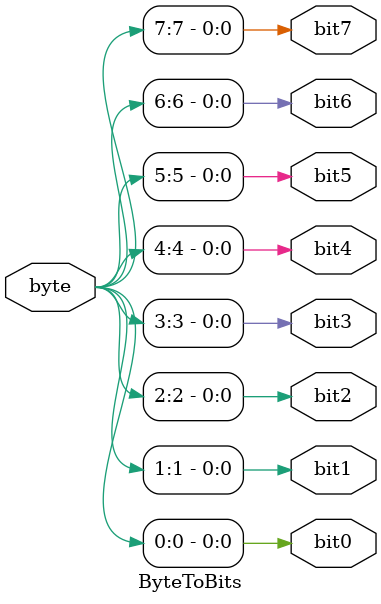
<source format=v>
module ByteToBits(
  input wire [7:0] byte, 
  output wire bit0,
  output wire bit1,
  output wire bit2,
  output wire bit3,
  output wire bit4,
  output wire bit5,
  output wire bit6,
  output wire bit7);
  assign bit0 = byte[0];
  assign bit1 = byte[1];
  assign bit2 = byte[2];
  assign bit3 = byte[3];
  assign bit4 = byte[4];
  assign bit5 = byte[5];
  assign bit6 = byte[6];
  assign bit7 = byte[7];
endmodule

</source>
